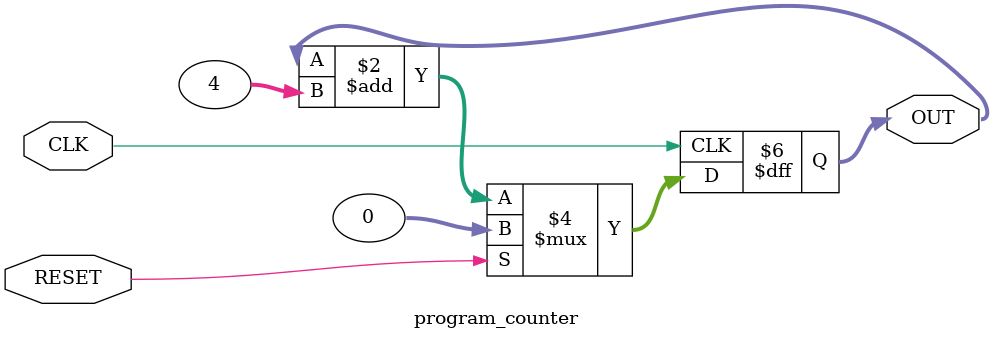
<source format=v>
module program_counter(input RESET, input CLK, output reg [31:0] OUT);
    always@(posedge CLK) begin
        if(RESET) #1 OUT <= 'b0;
        else #1 OUT <= OUT + 4;
    end
endmodule

// module adder(
//     input [31:0] OUT,
//     input [31:0] INSTRUCTION,
//     output reg [31:0] JOUT
// );
//     always @(OUT) JOUT = OUT + INSTRUCTION[7:0];
// endmodule
</source>
